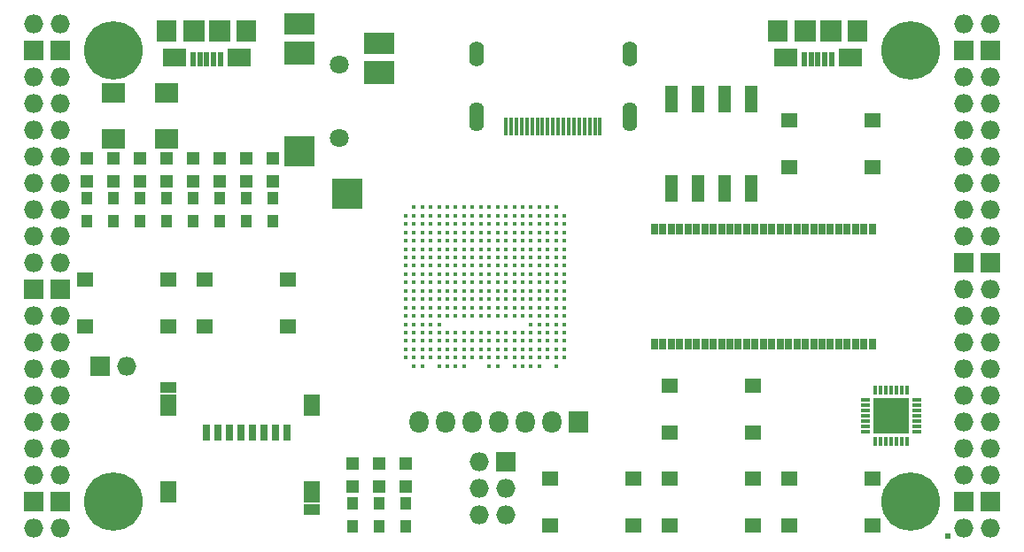
<source format=gts>
G04 #@! TF.FileFunction,Soldermask,Top*
%FSLAX46Y46*%
G04 Gerber Fmt 4.6, Leading zero omitted, Abs format (unit mm)*
G04 Created by KiCad (PCBNEW 4.0.7+dfsg1-1) date Tue Jan  9 10:34:10 2018*
%MOMM*%
%LPD*%
G01*
G04 APERTURE LIST*
%ADD10C,0.100000*%
%ADD11O,1.827200X1.827200*%
%ADD12R,1.827200X1.827200*%
%ADD13R,0.600000X0.600000*%
%ADD14C,5.600000*%
%ADD15R,1.000000X1.300000*%
%ADD16R,2.200000X1.700000*%
%ADD17R,2.000000X2.000000*%
%ADD18R,0.500000X1.450000*%
%ADD19R,1.900000X2.000000*%
%ADD20O,0.950000X0.400000*%
%ADD21O,0.400000X0.950000*%
%ADD22R,1.775000X1.775000*%
%ADD23R,1.827200X2.132000*%
%ADD24O,1.827200X2.132000*%
%ADD25R,1.650000X1.400000*%
%ADD26R,1.220000X2.540000*%
%ADD27C,0.430000*%
%ADD28R,1.300000X1.300000*%
%ADD29R,2.900000X2.100000*%
%ADD30R,2.900000X2.300000*%
%ADD31R,2.900000X2.900000*%
%ADD32C,1.800000*%
%ADD33O,1.400000X2.800000*%
%ADD34O,1.400000X2.400000*%
%ADD35R,0.350000X1.700000*%
%ADD36R,0.800000X1.600000*%
%ADD37R,1.550000X1.000000*%
%ADD38R,1.550000X2.100000*%
%ADD39R,2.300000X1.900000*%
%ADD40R,0.660000X1.000000*%
G04 APERTURE END LIST*
D10*
D11*
X97910000Y-62690000D03*
X95370000Y-62690000D03*
D12*
X97910000Y-65230000D03*
X95370000Y-65230000D03*
D11*
X97910000Y-67770000D03*
X95370000Y-67770000D03*
X97910000Y-70310000D03*
X95370000Y-70310000D03*
X97910000Y-72850000D03*
X95370000Y-72850000D03*
X97910000Y-75390000D03*
X95370000Y-75390000D03*
X97910000Y-77930000D03*
X95370000Y-77930000D03*
X97910000Y-80470000D03*
X95370000Y-80470000D03*
X97910000Y-83010000D03*
X95370000Y-83010000D03*
X97910000Y-85550000D03*
X95370000Y-85550000D03*
D12*
X97910000Y-88090000D03*
X95370000Y-88090000D03*
D11*
X97910000Y-90630000D03*
X95370000Y-90630000D03*
X97910000Y-93170000D03*
X95370000Y-93170000D03*
X97910000Y-95710000D03*
X95370000Y-95710000D03*
X97910000Y-98250000D03*
X95370000Y-98250000D03*
X97910000Y-100790000D03*
X95370000Y-100790000D03*
X97910000Y-103330000D03*
X95370000Y-103330000D03*
X97910000Y-105870000D03*
X95370000Y-105870000D03*
D12*
X97910000Y-108410000D03*
X95370000Y-108410000D03*
D11*
X97910000Y-110950000D03*
X95370000Y-110950000D03*
D13*
X182675150Y-111637626D03*
D11*
X184270000Y-110950000D03*
X186810000Y-110950000D03*
D12*
X184270000Y-108410000D03*
X186810000Y-108410000D03*
D11*
X184270000Y-105870000D03*
X186810000Y-105870000D03*
X184270000Y-103330000D03*
X186810000Y-103330000D03*
X184270000Y-100790000D03*
X186810000Y-100790000D03*
X184270000Y-98250000D03*
X186810000Y-98250000D03*
X184270000Y-95710000D03*
X186810000Y-95710000D03*
X184270000Y-93170000D03*
X186810000Y-93170000D03*
X184270000Y-90630000D03*
X186810000Y-90630000D03*
X184270000Y-88090000D03*
X186810000Y-88090000D03*
D12*
X184270000Y-85550000D03*
X186810000Y-85550000D03*
D11*
X184270000Y-83010000D03*
X186810000Y-83010000D03*
X184270000Y-80470000D03*
X186810000Y-80470000D03*
X184270000Y-77930000D03*
X186810000Y-77930000D03*
X184270000Y-75390000D03*
X186810000Y-75390000D03*
X184270000Y-72850000D03*
X186810000Y-72850000D03*
X184270000Y-70310000D03*
X186810000Y-70310000D03*
X184270000Y-67770000D03*
X186810000Y-67770000D03*
D12*
X184270000Y-65230000D03*
X186810000Y-65230000D03*
D11*
X184270000Y-62690000D03*
X186810000Y-62690000D03*
D14*
X102990000Y-108410000D03*
X179190000Y-108410000D03*
X179190000Y-65230000D03*
X102990000Y-65230000D03*
D12*
X101720000Y-95456000D03*
D11*
X104260000Y-95456000D03*
D15*
X128390000Y-108580000D03*
X128390000Y-110780000D03*
X130930000Y-110780000D03*
X130930000Y-108580000D03*
D16*
X114980000Y-65875000D03*
X108780000Y-65875000D03*
D17*
X113080000Y-63325000D03*
X110680000Y-63325000D03*
D18*
X113180000Y-66000000D03*
X112530000Y-66000000D03*
X111880000Y-66000000D03*
X111230000Y-66000000D03*
X110580000Y-66000000D03*
D19*
X115680000Y-63325000D03*
X108080000Y-63325000D03*
D16*
X173400000Y-65875000D03*
X167200000Y-65875000D03*
D17*
X171500000Y-63325000D03*
X169100000Y-63325000D03*
D18*
X171600000Y-66000000D03*
X170950000Y-66000000D03*
X170300000Y-66000000D03*
X169650000Y-66000000D03*
X169000000Y-66000000D03*
D19*
X174100000Y-63325000D03*
X166500000Y-63325000D03*
D12*
X140455000Y-104600000D03*
D11*
X137915000Y-104600000D03*
X140455000Y-107140000D03*
X137915000Y-107140000D03*
X140455000Y-109680000D03*
X137915000Y-109680000D03*
D15*
X118230000Y-81570000D03*
X118230000Y-79370000D03*
X115690000Y-81570000D03*
X115690000Y-79370000D03*
X113150000Y-81570000D03*
X113150000Y-79370000D03*
X110610000Y-81570000D03*
X110610000Y-79370000D03*
X108070000Y-81570000D03*
X108070000Y-79370000D03*
X105530000Y-81570000D03*
X105530000Y-79370000D03*
X102990000Y-81570000D03*
X102990000Y-79370000D03*
X100450000Y-81570000D03*
X100450000Y-79370000D03*
D20*
X179735000Y-101655000D03*
X179735000Y-101155000D03*
X179735000Y-100655000D03*
X179735000Y-100155000D03*
X179735000Y-99655000D03*
X179735000Y-99155000D03*
X179735000Y-98655000D03*
D21*
X178785000Y-97705000D03*
X178285000Y-97705000D03*
X177785000Y-97705000D03*
X177285000Y-97705000D03*
X176785000Y-97705000D03*
X176285000Y-97705000D03*
X175785000Y-97705000D03*
D20*
X174835000Y-98655000D03*
X174835000Y-99155000D03*
X174835000Y-99655000D03*
X174835000Y-100155000D03*
X174835000Y-100655000D03*
X174835000Y-101155000D03*
X174835000Y-101655000D03*
D21*
X175785000Y-102605000D03*
X176285000Y-102605000D03*
X176785000Y-102605000D03*
X177285000Y-102605000D03*
X177785000Y-102605000D03*
X178285000Y-102605000D03*
X178785000Y-102605000D03*
D22*
X176447500Y-99317500D03*
X176447500Y-100992500D03*
X178122500Y-99317500D03*
X178122500Y-100992500D03*
D23*
X147440000Y-100790000D03*
D24*
X144900000Y-100790000D03*
X142360000Y-100790000D03*
X139820000Y-100790000D03*
X137280000Y-100790000D03*
X134740000Y-100790000D03*
X132200000Y-100790000D03*
D25*
X175550000Y-71870000D03*
X175550000Y-76370000D03*
X167590000Y-76370000D03*
X167590000Y-71870000D03*
X100280000Y-91610000D03*
X100280000Y-87110000D03*
X108240000Y-87110000D03*
X108240000Y-91610000D03*
X111710000Y-91610000D03*
X111710000Y-87110000D03*
X119670000Y-87110000D03*
X119670000Y-91610000D03*
X156160000Y-101770000D03*
X156160000Y-97270000D03*
X164120000Y-97270000D03*
X164120000Y-101770000D03*
X164120000Y-106160000D03*
X164120000Y-110660000D03*
X156160000Y-110660000D03*
X156160000Y-106160000D03*
X152690000Y-106160000D03*
X152690000Y-110660000D03*
X144730000Y-110660000D03*
X144730000Y-106160000D03*
X175550000Y-106160000D03*
X175550000Y-110660000D03*
X167590000Y-110660000D03*
X167590000Y-106160000D03*
D26*
X156330000Y-78425000D03*
X163950000Y-69815000D03*
X158870000Y-78425000D03*
X161410000Y-69815000D03*
X161410000Y-78425000D03*
X158870000Y-69815000D03*
X163950000Y-78425000D03*
X156330000Y-69815000D03*
D27*
X131680000Y-80200000D03*
X132480000Y-80200000D03*
X133280000Y-80200000D03*
X134080000Y-80200000D03*
X134880000Y-80200000D03*
X135680000Y-80200000D03*
X136480000Y-80200000D03*
X137280000Y-80200000D03*
X138080000Y-80200000D03*
X138880000Y-80200000D03*
X139680000Y-80200000D03*
X140480000Y-80200000D03*
X141280000Y-80200000D03*
X142080000Y-80200000D03*
X142880000Y-80200000D03*
X143680000Y-80200000D03*
X144480000Y-80200000D03*
X145280000Y-80200000D03*
X130880000Y-81000000D03*
X131680000Y-81000000D03*
X132480000Y-81000000D03*
X133280000Y-81000000D03*
X134080000Y-81000000D03*
X134880000Y-81000000D03*
X135680000Y-81000000D03*
X136480000Y-81000000D03*
X137280000Y-81000000D03*
X138080000Y-81000000D03*
X138880000Y-81000000D03*
X139680000Y-81000000D03*
X140480000Y-81000000D03*
X141280000Y-81000000D03*
X142080000Y-81000000D03*
X142880000Y-81000000D03*
X143680000Y-81000000D03*
X144480000Y-81000000D03*
X145280000Y-81000000D03*
X146080000Y-81000000D03*
X130880000Y-81800000D03*
X131680000Y-81800000D03*
X132480000Y-81800000D03*
X133280000Y-81800000D03*
X134080000Y-81800000D03*
X134880000Y-81800000D03*
X135680000Y-81800000D03*
X136480000Y-81800000D03*
X137280000Y-81800000D03*
X138080000Y-81800000D03*
X138880000Y-81800000D03*
X139680000Y-81800000D03*
X140480000Y-81800000D03*
X141280000Y-81800000D03*
X142080000Y-81800000D03*
X142880000Y-81800000D03*
X143680000Y-81800000D03*
X144480000Y-81800000D03*
X145280000Y-81800000D03*
X146080000Y-81800000D03*
X130880000Y-82600000D03*
X131680000Y-82600000D03*
X132480000Y-82600000D03*
X133280000Y-82600000D03*
X134080000Y-82600000D03*
X134880000Y-82600000D03*
X135680000Y-82600000D03*
X136480000Y-82600000D03*
X137280000Y-82600000D03*
X138080000Y-82600000D03*
X138880000Y-82600000D03*
X139680000Y-82600000D03*
X140480000Y-82600000D03*
X141280000Y-82600000D03*
X142080000Y-82600000D03*
X142880000Y-82600000D03*
X143680000Y-82600000D03*
X144480000Y-82600000D03*
X145280000Y-82600000D03*
X146080000Y-82600000D03*
X130880000Y-83400000D03*
X131680000Y-83400000D03*
X132480000Y-83400000D03*
X133280000Y-83400000D03*
X134080000Y-83400000D03*
X134880000Y-83400000D03*
X135680000Y-83400000D03*
X136480000Y-83400000D03*
X137280000Y-83400000D03*
X138080000Y-83400000D03*
X138880000Y-83400000D03*
X139680000Y-83400000D03*
X140480000Y-83400000D03*
X141280000Y-83400000D03*
X142080000Y-83400000D03*
X142880000Y-83400000D03*
X143680000Y-83400000D03*
X144480000Y-83400000D03*
X145280000Y-83400000D03*
X146080000Y-83400000D03*
X130880000Y-84200000D03*
X131680000Y-84200000D03*
X132480000Y-84200000D03*
X133280000Y-84200000D03*
X134080000Y-84200000D03*
X134880000Y-84200000D03*
X135680000Y-84200000D03*
X136480000Y-84200000D03*
X137280000Y-84200000D03*
X138080000Y-84200000D03*
X138880000Y-84200000D03*
X139680000Y-84200000D03*
X140480000Y-84200000D03*
X141280000Y-84200000D03*
X142080000Y-84200000D03*
X142880000Y-84200000D03*
X143680000Y-84200000D03*
X144480000Y-84200000D03*
X145280000Y-84200000D03*
X146080000Y-84200000D03*
X130880000Y-85000000D03*
X131680000Y-85000000D03*
X132480000Y-85000000D03*
X133280000Y-85000000D03*
X134080000Y-85000000D03*
X134880000Y-85000000D03*
X135680000Y-85000000D03*
X136480000Y-85000000D03*
X137280000Y-85000000D03*
X138080000Y-85000000D03*
X138880000Y-85000000D03*
X139680000Y-85000000D03*
X140480000Y-85000000D03*
X141280000Y-85000000D03*
X142080000Y-85000000D03*
X142880000Y-85000000D03*
X143680000Y-85000000D03*
X144480000Y-85000000D03*
X145280000Y-85000000D03*
X146080000Y-85000000D03*
X130880000Y-85800000D03*
X131680000Y-85800000D03*
X132480000Y-85800000D03*
X133280000Y-85800000D03*
X134080000Y-85800000D03*
X134880000Y-85800000D03*
X135680000Y-85800000D03*
X136480000Y-85800000D03*
X137280000Y-85800000D03*
X138080000Y-85800000D03*
X138880000Y-85800000D03*
X139680000Y-85800000D03*
X140480000Y-85800000D03*
X141280000Y-85800000D03*
X142080000Y-85800000D03*
X142880000Y-85800000D03*
X143680000Y-85800000D03*
X144480000Y-85800000D03*
X145280000Y-85800000D03*
X146080000Y-85800000D03*
X130880000Y-86600000D03*
X131680000Y-86600000D03*
X132480000Y-86600000D03*
X133280000Y-86600000D03*
X134080000Y-86600000D03*
X134880000Y-86600000D03*
X135680000Y-86600000D03*
X136480000Y-86600000D03*
X137280000Y-86600000D03*
X138080000Y-86600000D03*
X138880000Y-86600000D03*
X139680000Y-86600000D03*
X140480000Y-86600000D03*
X141280000Y-86600000D03*
X142080000Y-86600000D03*
X142880000Y-86600000D03*
X143680000Y-86600000D03*
X144480000Y-86600000D03*
X145280000Y-86600000D03*
X146080000Y-86600000D03*
X130880000Y-87400000D03*
X131680000Y-87400000D03*
X132480000Y-87400000D03*
X133280000Y-87400000D03*
X134080000Y-87400000D03*
X134880000Y-87400000D03*
X135680000Y-87400000D03*
X136480000Y-87400000D03*
X137280000Y-87400000D03*
X138080000Y-87400000D03*
X138880000Y-87400000D03*
X139680000Y-87400000D03*
X140480000Y-87400000D03*
X141280000Y-87400000D03*
X142080000Y-87400000D03*
X142880000Y-87400000D03*
X143680000Y-87400000D03*
X144480000Y-87400000D03*
X145280000Y-87400000D03*
X146080000Y-87400000D03*
X130880000Y-88200000D03*
X131680000Y-88200000D03*
X132480000Y-88200000D03*
X133280000Y-88200000D03*
X134080000Y-88200000D03*
X134880000Y-88200000D03*
X135680000Y-88200000D03*
X136480000Y-88200000D03*
X137280000Y-88200000D03*
X138080000Y-88200000D03*
X138880000Y-88200000D03*
X139680000Y-88200000D03*
X140480000Y-88200000D03*
X141280000Y-88200000D03*
X142080000Y-88200000D03*
X142880000Y-88200000D03*
X143680000Y-88200000D03*
X144480000Y-88200000D03*
X145280000Y-88200000D03*
X146080000Y-88200000D03*
X130880000Y-89000000D03*
X131680000Y-89000000D03*
X132480000Y-89000000D03*
X133280000Y-89000000D03*
X134080000Y-89000000D03*
X134880000Y-89000000D03*
X135680000Y-89000000D03*
X136480000Y-89000000D03*
X137280000Y-89000000D03*
X138080000Y-89000000D03*
X138880000Y-89000000D03*
X139680000Y-89000000D03*
X140480000Y-89000000D03*
X141280000Y-89000000D03*
X142080000Y-89000000D03*
X142880000Y-89000000D03*
X143680000Y-89000000D03*
X144480000Y-89000000D03*
X145280000Y-89000000D03*
X146080000Y-89000000D03*
X130880000Y-89800000D03*
X131680000Y-89800000D03*
X132480000Y-89800000D03*
X133280000Y-89800000D03*
X134080000Y-89800000D03*
X134880000Y-89800000D03*
X135680000Y-89800000D03*
X136480000Y-89800000D03*
X137280000Y-89800000D03*
X138080000Y-89800000D03*
X138880000Y-89800000D03*
X139680000Y-89800000D03*
X140480000Y-89800000D03*
X141280000Y-89800000D03*
X142080000Y-89800000D03*
X142880000Y-89800000D03*
X143680000Y-89800000D03*
X144480000Y-89800000D03*
X145280000Y-89800000D03*
X146080000Y-89800000D03*
X130880000Y-90600000D03*
X131680000Y-90600000D03*
X132480000Y-90600000D03*
X133280000Y-90600000D03*
X134080000Y-90600000D03*
X134880000Y-90600000D03*
X135680000Y-90600000D03*
X136480000Y-90600000D03*
X137280000Y-90600000D03*
X138080000Y-90600000D03*
X138880000Y-90600000D03*
X139680000Y-90600000D03*
X140480000Y-90600000D03*
X141280000Y-90600000D03*
X142080000Y-90600000D03*
X142880000Y-90600000D03*
X143680000Y-90600000D03*
X144480000Y-90600000D03*
X145280000Y-90600000D03*
X146080000Y-90600000D03*
X130880000Y-91400000D03*
X131680000Y-91400000D03*
X132480000Y-91400000D03*
X133280000Y-91400000D03*
X134080000Y-91400000D03*
X142880000Y-91400000D03*
X143680000Y-91400000D03*
X144480000Y-91400000D03*
X145280000Y-91400000D03*
X146080000Y-91400000D03*
X130880000Y-92200000D03*
X131680000Y-92200000D03*
X132480000Y-92200000D03*
X133280000Y-92200000D03*
X134080000Y-92200000D03*
X134880000Y-92200000D03*
X135680000Y-92200000D03*
X136480000Y-92200000D03*
X137280000Y-92200000D03*
X138080000Y-92200000D03*
X138880000Y-92200000D03*
X139680000Y-92200000D03*
X140480000Y-92200000D03*
X141280000Y-92200000D03*
X142080000Y-92200000D03*
X142880000Y-92200000D03*
X143680000Y-92200000D03*
X144480000Y-92200000D03*
X145280000Y-92200000D03*
X146080000Y-92200000D03*
X130880000Y-93000000D03*
X131680000Y-93000000D03*
X132480000Y-93000000D03*
X133280000Y-93000000D03*
X134080000Y-93000000D03*
X134880000Y-93000000D03*
X135680000Y-93000000D03*
X136480000Y-93000000D03*
X137280000Y-93000000D03*
X138080000Y-93000000D03*
X138880000Y-93000000D03*
X139680000Y-93000000D03*
X140480000Y-93000000D03*
X141280000Y-93000000D03*
X142080000Y-93000000D03*
X142880000Y-93000000D03*
X143680000Y-93000000D03*
X144480000Y-93000000D03*
X145280000Y-93000000D03*
X146080000Y-93000000D03*
X130880000Y-93800000D03*
X131680000Y-93800000D03*
X132480000Y-93800000D03*
X133280000Y-93800000D03*
X134080000Y-93800000D03*
X134880000Y-93800000D03*
X135680000Y-93800000D03*
X136480000Y-93800000D03*
X137280000Y-93800000D03*
X138080000Y-93800000D03*
X138880000Y-93800000D03*
X139680000Y-93800000D03*
X140480000Y-93800000D03*
X141280000Y-93800000D03*
X142080000Y-93800000D03*
X142880000Y-93800000D03*
X143680000Y-93800000D03*
X144480000Y-93800000D03*
X145280000Y-93800000D03*
X146080000Y-93800000D03*
X130880000Y-94600000D03*
X131680000Y-94600000D03*
X132480000Y-94600000D03*
X133280000Y-94600000D03*
X134080000Y-94600000D03*
X134880000Y-94600000D03*
X135680000Y-94600000D03*
X136480000Y-94600000D03*
X137280000Y-94600000D03*
X138080000Y-94600000D03*
X138880000Y-94600000D03*
X139680000Y-94600000D03*
X140480000Y-94600000D03*
X141280000Y-94600000D03*
X142080000Y-94600000D03*
X142880000Y-94600000D03*
X143680000Y-94600000D03*
X144480000Y-94600000D03*
X145280000Y-94600000D03*
X146080000Y-94600000D03*
X131680000Y-95400000D03*
X132480000Y-95400000D03*
X134080000Y-95400000D03*
X134880000Y-95400000D03*
X135680000Y-95400000D03*
X136480000Y-95400000D03*
X138880000Y-95400000D03*
X139680000Y-95400000D03*
X141280000Y-95400000D03*
X142080000Y-95400000D03*
X142880000Y-95400000D03*
X143680000Y-95400000D03*
X145280000Y-95400000D03*
D28*
X125850000Y-104770000D03*
X125850000Y-106970000D03*
D15*
X125850000Y-108580000D03*
X125850000Y-110780000D03*
D28*
X128390000Y-104770000D03*
X128390000Y-106970000D03*
X118230000Y-77760000D03*
X118230000Y-75560000D03*
X115690000Y-77760000D03*
X115690000Y-75560000D03*
X113150000Y-77760000D03*
X113150000Y-75560000D03*
X110610000Y-77760000D03*
X110610000Y-75560000D03*
X108070000Y-77760000D03*
X108070000Y-75560000D03*
X105530000Y-77760000D03*
X105530000Y-75560000D03*
X102990000Y-77760000D03*
X102990000Y-75560000D03*
X100450000Y-77760000D03*
X100450000Y-75560000D03*
X130930000Y-104770000D03*
X130930000Y-106970000D03*
D29*
X120780000Y-62648000D03*
D30*
X120780000Y-65448000D03*
D31*
X120780000Y-74848000D03*
X125330000Y-78948000D03*
D30*
X128380000Y-67348000D03*
D29*
X128380000Y-64548000D03*
D32*
X124580000Y-66548000D03*
X124580000Y-73548000D03*
D33*
X152280000Y-71550000D03*
X137680000Y-71550000D03*
D34*
X137680000Y-65500000D03*
D35*
X140480000Y-72500000D03*
X140980000Y-72500000D03*
X141480000Y-72500000D03*
X141980000Y-72500000D03*
X142480000Y-72500000D03*
X142980000Y-72500000D03*
X143480000Y-72500000D03*
X143980000Y-72500000D03*
X144480000Y-72500000D03*
X144980000Y-72500000D03*
X145480000Y-72500000D03*
X145980000Y-72500000D03*
X146480000Y-72500000D03*
X146980000Y-72500000D03*
X147480000Y-72500000D03*
X147980000Y-72500000D03*
X148480000Y-72500000D03*
X148980000Y-72500000D03*
X149480000Y-72500000D03*
D34*
X152280000Y-65500000D03*
D36*
X111850000Y-101750000D03*
X112950000Y-101750000D03*
X114050000Y-101750000D03*
X115150000Y-101750000D03*
X116250000Y-101750000D03*
X117350000Y-101750000D03*
X118450000Y-101750000D03*
X119550000Y-101750000D03*
D37*
X108175000Y-97450000D03*
X121925000Y-109150000D03*
D38*
X121925000Y-99150000D03*
X108175000Y-99150000D03*
X108175000Y-107450000D03*
X121925000Y-107450000D03*
D39*
X108040000Y-69220000D03*
X102960000Y-69220000D03*
X102960000Y-73620000D03*
X108040000Y-73620000D03*
D40*
X175493000Y-82270000D03*
X154693000Y-93330000D03*
X155493000Y-93330000D03*
X156293000Y-93330000D03*
X157093000Y-93330000D03*
X157893000Y-93330000D03*
X158693000Y-93330000D03*
X159493000Y-93330000D03*
X160293000Y-93330000D03*
X161093000Y-93330000D03*
X161893000Y-93330000D03*
X162693000Y-93330000D03*
X163493000Y-93330000D03*
X164293000Y-93330000D03*
X165093000Y-93330000D03*
X165893000Y-93330000D03*
X166693000Y-93330000D03*
X167493000Y-93330000D03*
X168293000Y-93330000D03*
X169093000Y-93330000D03*
X169893000Y-93330000D03*
X170693000Y-93330000D03*
X171493000Y-93330000D03*
X172293000Y-93330000D03*
X173093000Y-93330000D03*
X173893000Y-93330000D03*
X174693000Y-93330000D03*
X175493000Y-93330000D03*
X174693000Y-82270000D03*
X173893000Y-82270000D03*
X173093000Y-82270000D03*
X172293000Y-82270000D03*
X171493000Y-82270000D03*
X170693000Y-82270000D03*
X169893000Y-82270000D03*
X169093000Y-82270000D03*
X168293000Y-82270000D03*
X167493000Y-82270000D03*
X166693000Y-82270000D03*
X165893000Y-82270000D03*
X165093000Y-82270000D03*
X164293000Y-82270000D03*
X163493000Y-82270000D03*
X162693000Y-82270000D03*
X161893000Y-82270000D03*
X161093000Y-82270000D03*
X160293000Y-82270000D03*
X159493000Y-82270000D03*
X158693000Y-82270000D03*
X157893000Y-82270000D03*
X157093000Y-82270000D03*
X156293000Y-82270000D03*
X155493000Y-82270000D03*
X154693000Y-82270000D03*
M02*

</source>
